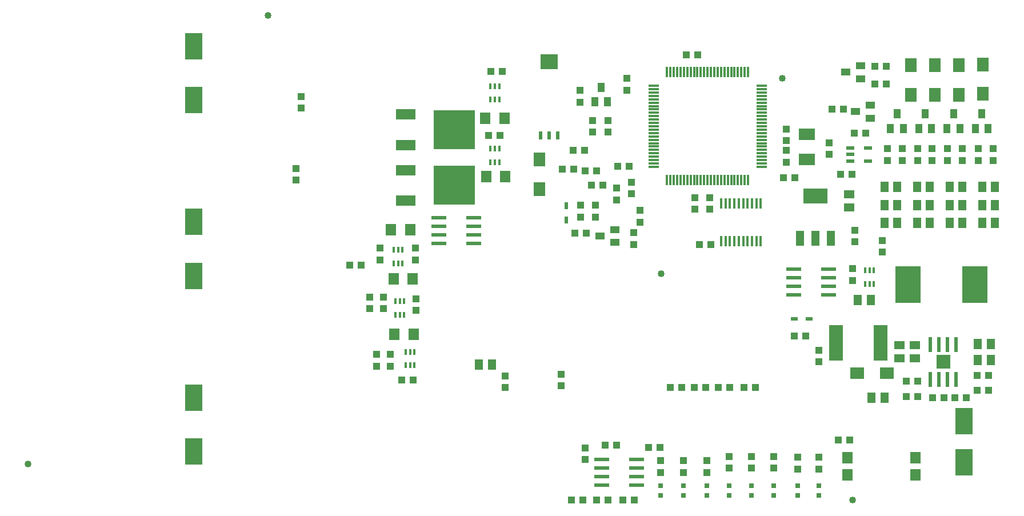
<source format=gtp>
G75*
G70*
%OFA0B0*%
%FSLAX24Y24*%
%IPPOS*%
%LPD*%
%AMOC8*
5,1,8,0,0,1.08239X$1,22.5*
%
%ADD10R,0.0551X0.0394*%
%ADD11R,0.0433X0.0394*%
%ADD12R,0.0394X0.0433*%
%ADD13R,0.1181X0.0630*%
%ADD14R,0.2441X0.2283*%
%ADD15R,0.0138X0.0354*%
%ADD16R,0.0709X0.0827*%
%ADD17R,0.0866X0.0236*%
%ADD18R,0.0236X0.0394*%
%ADD19R,0.0394X0.0236*%
%ADD20R,0.0598X0.0701*%
%ADD21R,0.0512X0.0591*%
%ADD22R,0.0394X0.0551*%
%ADD23R,0.0200X0.0500*%
%ADD24R,0.1000X0.0900*%
%ADD25R,0.0480X0.0880*%
%ADD26R,0.1417X0.0866*%
%ADD27R,0.0591X0.0512*%
%ADD28R,0.0118X0.0630*%
%ADD29R,0.0787X0.2087*%
%ADD30R,0.0118X0.0591*%
%ADD31R,0.0591X0.0118*%
%ADD32R,0.0315X0.0315*%
%ADD33R,0.0630X0.0710*%
%ADD34R,0.0945X0.0669*%
%ADD35C,0.0400*%
%ADD36R,0.0984X0.1575*%
%ADD37R,0.0236X0.0866*%
%ADD38R,0.0800X0.0800*%
%ADD39R,0.0827X0.0709*%
%ADD40R,0.1516X0.2165*%
%ADD41R,0.0472X0.0217*%
D10*
X035397Y016800D03*
X036263Y016426D03*
X036263Y017174D03*
X050297Y024050D03*
X051163Y023676D03*
X051163Y024424D03*
X050613Y025976D03*
X050613Y026724D03*
X049747Y026350D03*
D11*
X046280Y023035D03*
X046280Y022365D03*
X046280Y021785D03*
X046280Y021115D03*
X048780Y021565D03*
X048780Y022235D03*
X052180Y021885D03*
X052180Y021215D03*
X053030Y021215D03*
X053930Y021215D03*
X053930Y021885D03*
X053030Y021885D03*
X054780Y021885D03*
X055680Y021885D03*
X055680Y021215D03*
X054780Y021215D03*
X056530Y021215D03*
X057480Y021215D03*
X057480Y021885D03*
X056530Y021885D03*
X058330Y021885D03*
X058330Y021215D03*
X050280Y017135D03*
X050280Y016465D03*
X051880Y016535D03*
X051880Y015865D03*
X050130Y014885D03*
X050130Y014215D03*
X048180Y010135D03*
X048180Y009465D03*
X048180Y003885D03*
X048180Y003215D03*
X046930Y003215D03*
X046930Y003885D03*
X045530Y003935D03*
X045530Y003265D03*
X044230Y003265D03*
X044230Y003935D03*
X042930Y003935D03*
X042930Y003265D03*
X041630Y003015D03*
X041630Y003685D03*
X040280Y003685D03*
X040280Y003015D03*
X038930Y003015D03*
X038930Y003685D03*
X034530Y003765D03*
X034530Y004435D03*
X029880Y007965D03*
X029880Y008635D03*
X033130Y008735D03*
X033130Y008065D03*
X024680Y012465D03*
X024680Y013135D03*
X022780Y013235D03*
X022780Y012565D03*
X021980Y012565D03*
X021980Y013235D03*
X022580Y015415D03*
X022580Y016085D03*
X024630Y016085D03*
X024630Y015415D03*
X017680Y020065D03*
X017680Y020735D03*
X017980Y024265D03*
X017980Y024935D03*
X034230Y024615D03*
X034230Y025285D03*
X034980Y023535D03*
X034980Y022865D03*
X035880Y022865D03*
X035880Y023535D03*
X036980Y025315D03*
X036980Y025985D03*
X037230Y019935D03*
X036380Y019585D03*
X037230Y019265D03*
X036380Y018915D03*
X035130Y018585D03*
X034280Y018585D03*
X034280Y017915D03*
X035130Y017915D03*
X037380Y016985D03*
X037730Y017615D03*
X037730Y018285D03*
X040930Y018365D03*
X040930Y019035D03*
X041805Y019035D03*
X041805Y018365D03*
X037380Y016315D03*
X023180Y009885D03*
X023180Y009215D03*
X022380Y009215D03*
X022380Y009885D03*
D12*
X023845Y008400D03*
X024515Y008400D03*
X035695Y004600D03*
X036365Y004600D03*
X038245Y004450D03*
X038915Y004450D03*
X037415Y001400D03*
X036745Y001400D03*
X035865Y001400D03*
X035195Y001400D03*
X034415Y001400D03*
X033745Y001400D03*
X039495Y007950D03*
X040165Y007950D03*
X040895Y007950D03*
X041565Y007950D03*
X042295Y007950D03*
X042965Y007950D03*
X043795Y007950D03*
X044465Y007950D03*
X049295Y004900D03*
X049965Y004900D03*
X053270Y007425D03*
X053940Y007425D03*
X054795Y007350D03*
X055465Y007350D03*
X056095Y007350D03*
X056765Y007350D03*
X057395Y007800D03*
X058065Y007800D03*
X058065Y008650D03*
X057395Y008650D03*
X053940Y008325D03*
X053270Y008325D03*
X047415Y010950D03*
X046745Y010950D03*
X041865Y016300D03*
X041195Y016300D03*
X035565Y019750D03*
X034895Y019750D03*
X035215Y020600D03*
X034545Y020600D03*
X033865Y020700D03*
X033195Y020700D03*
X033845Y021800D03*
X034515Y021800D03*
X036445Y020850D03*
X037115Y020850D03*
X034615Y016950D03*
X033945Y016950D03*
X029565Y022650D03*
X028895Y022650D03*
X029045Y026400D03*
X029715Y026400D03*
X040445Y027350D03*
X041115Y027350D03*
X048945Y024200D03*
X049615Y024200D03*
X050245Y022800D03*
X050915Y022800D03*
X050115Y020400D03*
X049445Y020400D03*
X046765Y020200D03*
X046095Y020200D03*
X051445Y025650D03*
X052115Y025650D03*
X052115Y026700D03*
X051445Y026700D03*
X021465Y015100D03*
X020795Y015100D03*
D13*
X024089Y018852D03*
X024089Y020648D03*
X024089Y022102D03*
X024089Y023898D03*
D14*
X026916Y023000D03*
X026916Y019750D03*
D15*
X029024Y021106D03*
X029280Y021106D03*
X029536Y021106D03*
X029536Y021894D03*
X029280Y021894D03*
X029024Y021894D03*
X029024Y024756D03*
X029280Y024756D03*
X029536Y024756D03*
X029536Y025544D03*
X029280Y025544D03*
X029024Y025544D03*
X023886Y015994D03*
X023630Y015994D03*
X023374Y015994D03*
X023374Y015206D03*
X023630Y015206D03*
X023886Y015206D03*
X023986Y012994D03*
X023730Y012994D03*
X023474Y012994D03*
X023474Y012206D03*
X023730Y012206D03*
X023986Y012206D03*
X024074Y010044D03*
X024330Y010044D03*
X024586Y010044D03*
X024586Y009256D03*
X024330Y009256D03*
X024074Y009256D03*
X050874Y014006D03*
X051130Y014006D03*
X051386Y014006D03*
X051386Y014794D03*
X051130Y014794D03*
X050874Y014794D03*
D16*
X053530Y025034D03*
X054930Y025034D03*
X056330Y025034D03*
X057730Y025084D03*
X057730Y026816D03*
X056330Y026766D03*
X054930Y026766D03*
X053530Y026766D03*
X031880Y021266D03*
X031880Y019534D03*
D17*
X028054Y017850D03*
X028054Y017350D03*
X028054Y016850D03*
X028054Y016350D03*
X026006Y016350D03*
X026006Y016850D03*
X026006Y017350D03*
X026006Y017850D03*
X046706Y014850D03*
X046706Y014350D03*
X046706Y013850D03*
X046706Y013350D03*
X048754Y013350D03*
X048754Y013850D03*
X048754Y014350D03*
X048754Y014850D03*
X037554Y003750D03*
X037554Y003250D03*
X037554Y002750D03*
X037554Y002250D03*
X035506Y002250D03*
X035506Y002750D03*
X035506Y003250D03*
X035506Y003750D03*
D18*
X033430Y017717D03*
X033430Y018583D03*
D19*
X046747Y011950D03*
X047613Y011950D03*
D20*
X049850Y003850D03*
X049850Y002850D03*
X053810Y002850D03*
X053810Y003850D03*
D21*
X052004Y007350D03*
X051256Y007350D03*
X057456Y009550D03*
X058204Y009550D03*
X058204Y010500D03*
X057456Y010500D03*
X051204Y013050D03*
X050456Y013050D03*
X052006Y017550D03*
X052754Y017550D03*
X053906Y017550D03*
X054654Y017550D03*
X055806Y017550D03*
X056554Y017550D03*
X057706Y017550D03*
X058454Y017550D03*
X058454Y018600D03*
X057706Y018600D03*
X056554Y018600D03*
X055806Y018600D03*
X054654Y018600D03*
X053906Y018600D03*
X052754Y018600D03*
X052006Y018600D03*
X052006Y019650D03*
X052754Y019650D03*
X053906Y019650D03*
X054654Y019650D03*
X055806Y019650D03*
X056554Y019650D03*
X057706Y019650D03*
X058454Y019650D03*
X029104Y009300D03*
X028356Y009300D03*
D22*
X052356Y023067D03*
X053104Y023067D03*
X054006Y023067D03*
X054754Y023067D03*
X055656Y023067D03*
X056404Y023067D03*
X057306Y023067D03*
X058054Y023067D03*
X057680Y023933D03*
X056030Y023933D03*
X054380Y023933D03*
X052730Y023933D03*
X035854Y024617D03*
X035106Y024617D03*
X035480Y025483D03*
D23*
X032930Y022650D03*
X032430Y022650D03*
X031930Y022650D03*
D24*
X032430Y026950D03*
D25*
X047070Y016680D03*
X047980Y016680D03*
X048890Y016680D03*
D26*
X047980Y019120D03*
D27*
X049930Y019224D03*
X049930Y018476D03*
X052880Y010424D03*
X053780Y010424D03*
X053780Y009676D03*
X052880Y009676D03*
D28*
X044782Y016498D03*
X044526Y016498D03*
X044270Y016498D03*
X044014Y016498D03*
X043758Y016498D03*
X043502Y016498D03*
X043246Y016498D03*
X042990Y016498D03*
X042734Y016498D03*
X042478Y016498D03*
X042478Y018702D03*
X042734Y018702D03*
X042990Y018702D03*
X043246Y018702D03*
X043502Y018702D03*
X043758Y018702D03*
X044014Y018702D03*
X044270Y018702D03*
X044526Y018702D03*
X044782Y018702D03*
D29*
X049181Y010550D03*
X051779Y010550D03*
D30*
X044042Y020050D03*
X043845Y020050D03*
X043649Y020050D03*
X043452Y020050D03*
X043255Y020050D03*
X043058Y020050D03*
X042861Y020050D03*
X042664Y020050D03*
X042467Y020050D03*
X042271Y020050D03*
X042074Y020050D03*
X041877Y020050D03*
X041680Y020050D03*
X041483Y020050D03*
X041286Y020050D03*
X041089Y020050D03*
X040893Y020050D03*
X040696Y020050D03*
X040499Y020050D03*
X040302Y020050D03*
X040105Y020050D03*
X039908Y020050D03*
X039711Y020050D03*
X039515Y020050D03*
X039318Y020050D03*
X039318Y026350D03*
X039515Y026350D03*
X039711Y026350D03*
X039908Y026350D03*
X040105Y026350D03*
X040302Y026350D03*
X040499Y026350D03*
X040696Y026350D03*
X040893Y026350D03*
X041089Y026350D03*
X041286Y026350D03*
X041483Y026350D03*
X041680Y026350D03*
X041877Y026350D03*
X042074Y026350D03*
X042271Y026350D03*
X042467Y026350D03*
X042664Y026350D03*
X042861Y026350D03*
X043058Y026350D03*
X043255Y026350D03*
X043452Y026350D03*
X043649Y026350D03*
X043845Y026350D03*
X044042Y026350D03*
D31*
X044830Y025562D03*
X044830Y025365D03*
X044830Y025169D03*
X044830Y024972D03*
X044830Y024775D03*
X044830Y024578D03*
X044830Y024381D03*
X044830Y024184D03*
X044830Y023987D03*
X044830Y023791D03*
X044830Y023594D03*
X044830Y023397D03*
X044830Y023200D03*
X044830Y023003D03*
X044830Y022806D03*
X044830Y022609D03*
X044830Y022413D03*
X044830Y022216D03*
X044830Y022019D03*
X044830Y021822D03*
X044830Y021625D03*
X044830Y021428D03*
X044830Y021231D03*
X044830Y021035D03*
X044830Y020838D03*
X038530Y020838D03*
X038530Y021035D03*
X038530Y021231D03*
X038530Y021428D03*
X038530Y021625D03*
X038530Y021822D03*
X038530Y022019D03*
X038530Y022216D03*
X038530Y022413D03*
X038530Y022609D03*
X038530Y022806D03*
X038530Y023003D03*
X038530Y023200D03*
X038530Y023397D03*
X038530Y023594D03*
X038530Y023791D03*
X038530Y023987D03*
X038530Y024184D03*
X038530Y024381D03*
X038530Y024578D03*
X038530Y024775D03*
X038530Y024972D03*
X038530Y025169D03*
X038530Y025365D03*
X038530Y025562D03*
D32*
X038930Y002245D03*
X038930Y001655D03*
X040280Y001655D03*
X040280Y002245D03*
X041630Y002245D03*
X041630Y001655D03*
X042930Y001655D03*
X042930Y002245D03*
X044230Y002245D03*
X044230Y001655D03*
X045530Y001655D03*
X045530Y002245D03*
X046930Y002245D03*
X046930Y001655D03*
X048180Y001655D03*
X048180Y002245D03*
D33*
X024540Y011050D03*
X023420Y011050D03*
X023370Y014300D03*
X024490Y014300D03*
X024340Y017150D03*
X023220Y017150D03*
X028770Y020250D03*
X029890Y020250D03*
X029840Y023650D03*
X028720Y023650D03*
D34*
X047480Y022728D03*
X047480Y021272D03*
D35*
X002030Y003500D03*
X038980Y014600D03*
X046030Y026000D03*
X016030Y029650D03*
X050130Y001400D03*
D36*
X056630Y003599D03*
X056630Y006001D03*
X011704Y007375D03*
X011704Y004225D03*
X011704Y014475D03*
X011704Y017625D03*
X011704Y024725D03*
X011704Y027875D03*
D37*
X054680Y010474D03*
X055180Y010474D03*
X055680Y010474D03*
X056180Y010474D03*
X056180Y008426D03*
X055680Y008426D03*
X055180Y008426D03*
X054680Y008426D03*
D38*
X055430Y009450D03*
D39*
X052146Y008800D03*
X050414Y008800D03*
D40*
X053371Y013950D03*
X057289Y013950D03*
D41*
X051042Y021176D03*
X050018Y021176D03*
X050018Y021550D03*
X050018Y021924D03*
X051042Y021924D03*
M02*

</source>
